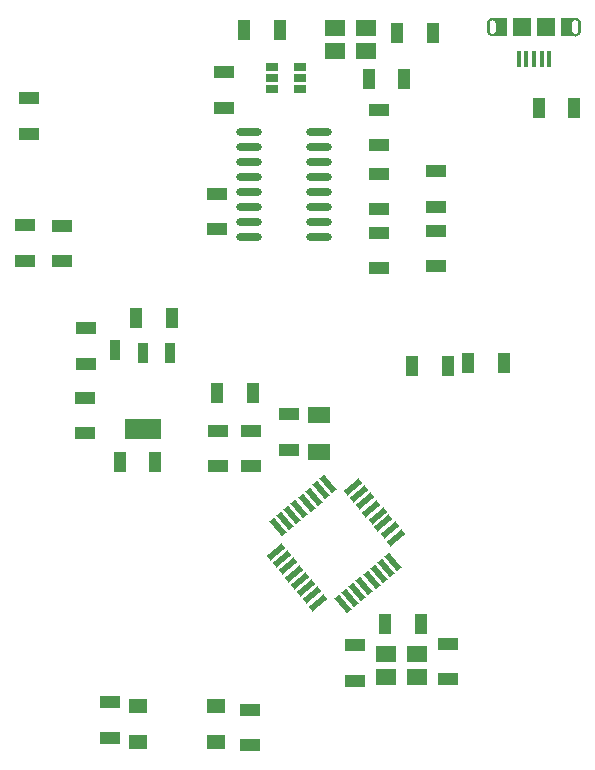
<source format=gtp>
G04*
G04 #@! TF.GenerationSoftware,Altium Limited,Altium Designer,24.2.2 (26)*
G04*
G04 Layer_Color=8421504*
%FSLAX44Y44*%
%MOMM*%
G71*
G04*
G04 #@! TF.SameCoordinates,124A1895-3AD2-4E28-9B74-7A6451F43074*
G04*
G04*
G04 #@! TF.FilePolarity,Positive*
G04*
G01*
G75*
%ADD22C,0.0001*%
%ADD23R,1.8034X1.1176*%
%ADD24R,1.5000X1.2000*%
%ADD25R,1.8542X1.3716*%
%ADD26R,3.0988X1.7000*%
%ADD27R,0.8382X1.7000*%
%ADD28R,1.1176X1.8034*%
%ADD29R,1.8000X1.4000*%
G04:AMPARAMS|DCode=30|XSize=0.508mm|YSize=1.65mm|CornerRadius=0mm|HoleSize=0mm|Usage=FLASHONLY|Rotation=40.000|XOffset=0mm|YOffset=0mm|HoleType=Round|Shape=Rectangle|*
%AMROTATEDRECTD30*
4,1,4,0.3357,-0.7953,-0.7249,0.4687,-0.3357,0.7953,0.7249,-0.4687,0.3357,-0.7953,0.0*
%
%ADD30ROTATEDRECTD30*%

G04:AMPARAMS|DCode=31|XSize=0.508mm|YSize=1.65mm|CornerRadius=0mm|HoleSize=0mm|Usage=FLASHONLY|Rotation=310.000|XOffset=0mm|YOffset=0mm|HoleType=Round|Shape=Rectangle|*
%AMROTATEDRECTD31*
4,1,4,-0.7953,-0.3357,0.4687,0.7249,0.7953,0.3357,-0.4687,-0.7249,-0.7953,-0.3357,0.0*
%
%ADD31ROTATEDRECTD31*%

%ADD32O,2.2000X0.6096*%
%ADD33R,1.5000X1.5500*%
%ADD34R,0.4000X1.3500*%
%ADD35R,1.0000X0.7000*%
G36*
X423324Y653742D02*
X411324D01*
X411064Y653752D01*
X410804Y653772D01*
X410544Y653802D01*
X410284Y653852D01*
X410034Y653912D01*
X409774Y653982D01*
X409534Y654072D01*
X409294Y654172D01*
X409054Y654282D01*
X408824Y654412D01*
X408604Y654552D01*
X408384Y654692D01*
X408174Y654852D01*
X407974Y655022D01*
X407784Y655202D01*
X407604Y655392D01*
X407434Y655592D01*
X407274Y655802D01*
X407134Y656022D01*
X406994Y656242D01*
X406864Y656472D01*
X406754Y656712D01*
X406654Y656952D01*
X406564Y657192D01*
X406494Y657452D01*
X406434Y657702D01*
X406384Y657962D01*
X406354Y658222D01*
X406334Y658482D01*
X406324Y658742D01*
Y664242D01*
X406334Y664502D01*
X406354Y664762D01*
X406384Y665022D01*
X406434Y665282D01*
X406494Y665532D01*
X406564Y665792D01*
X406654Y666032D01*
X406754Y666272D01*
X406864Y666512D01*
X406994Y666742D01*
X407134Y666962D01*
X407274Y667182D01*
X407434Y667392D01*
X407604Y667592D01*
X407784Y667782D01*
X407974Y667962D01*
X408174Y668132D01*
X408384Y668292D01*
X408604Y668432D01*
X408824Y668572D01*
X409054Y668702D01*
X409294Y668812D01*
X409534Y668912D01*
X409774Y669002D01*
X410034Y669072D01*
X410284Y669132D01*
X410544Y669182D01*
X410804Y669212D01*
X411064Y669232D01*
X411324Y669242D01*
X423324D01*
Y653742D01*
D02*
G37*
G36*
X481584Y669232D02*
X481844Y669212D01*
X482104Y669182D01*
X482364Y669132D01*
X482614Y669072D01*
X482874Y669002D01*
X483114Y668912D01*
X483354Y668812D01*
X483594Y668702D01*
X483824Y668572D01*
X484044Y668432D01*
X484264Y668292D01*
X484474Y668132D01*
X484674Y667962D01*
X484864Y667782D01*
X485044Y667592D01*
X485214Y667392D01*
X485374Y667182D01*
X485514Y666962D01*
X485654Y666742D01*
X485784Y666512D01*
X485894Y666272D01*
X485994Y666032D01*
X486084Y665792D01*
X486154Y665532D01*
X486214Y665282D01*
X486264Y665022D01*
X486294Y664762D01*
X486314Y664502D01*
X486324Y664242D01*
Y658742D01*
X486314Y658482D01*
X486294Y658222D01*
X486264Y657962D01*
X486214Y657702D01*
X486154Y657452D01*
X486084Y657192D01*
X485994Y656952D01*
X485894Y656712D01*
X485784Y656472D01*
X485654Y656242D01*
X485514Y656022D01*
X485374Y655802D01*
X485214Y655592D01*
X485044Y655392D01*
X484864Y655202D01*
X484674Y655022D01*
X484474Y654852D01*
X484264Y654692D01*
X484044Y654552D01*
X483824Y654412D01*
X483594Y654282D01*
X483354Y654172D01*
X483114Y654072D01*
X482874Y653982D01*
X482614Y653912D01*
X482364Y653852D01*
X482104Y653802D01*
X481844Y653772D01*
X481584Y653752D01*
X481324Y653742D01*
X469324D01*
Y669242D01*
X481324D01*
X481584Y669232D01*
D02*
G37*
%LPC*%
G36*
X411454Y667242D02*
X411194D01*
X411064Y667232D01*
X410934Y667212D01*
X410804Y667192D01*
X410674Y667152D01*
X410554Y667122D01*
X410424Y667072D01*
X410304Y667022D01*
X410194Y666972D01*
X410074Y666912D01*
X409964Y666842D01*
X409854Y666762D01*
X409754Y666682D01*
X409654Y666602D01*
X409554Y666512D01*
X409464Y666412D01*
X409384Y666312D01*
X409304Y666212D01*
X409224Y666102D01*
X409154Y665992D01*
X409094Y665872D01*
X409044Y665762D01*
X408994Y665642D01*
X408944Y665512D01*
X408914Y665392D01*
X408874Y665262D01*
X408854Y665132D01*
X408834Y665002D01*
X408824Y664872D01*
Y664742D01*
Y658242D01*
Y658112D01*
X408834Y657982D01*
X408854Y657852D01*
X408874Y657722D01*
X408914Y657592D01*
X408944Y657472D01*
X408994Y657342D01*
X409044Y657222D01*
X409094Y657112D01*
X409154Y656992D01*
X409224Y656882D01*
X409304Y656772D01*
X409384Y656672D01*
X409464Y656572D01*
X409554Y656472D01*
X409654Y656382D01*
X409754Y656302D01*
X409854Y656222D01*
X409964Y656142D01*
X410074Y656072D01*
X410194Y656012D01*
X410304Y655962D01*
X410424Y655912D01*
X410554Y655862D01*
X410674Y655832D01*
X410804Y655792D01*
X410934Y655772D01*
X411064Y655752D01*
X411194Y655742D01*
X411454D01*
X411584Y655752D01*
X411714Y655772D01*
X411844Y655792D01*
X411974Y655832D01*
X412094Y655862D01*
X412224Y655912D01*
X412344Y655962D01*
X412454Y656012D01*
X412574Y656072D01*
X412684Y656142D01*
X412794Y656222D01*
X412894Y656302D01*
X412994Y656382D01*
X413094Y656472D01*
X413184Y656572D01*
X413264Y656672D01*
X413344Y656772D01*
X413424Y656882D01*
X413494Y656992D01*
X413554Y657112D01*
X413604Y657222D01*
X413654Y657342D01*
X413704Y657472D01*
X413734Y657592D01*
X413774Y657722D01*
X413794Y657852D01*
X413814Y657982D01*
X413824Y658112D01*
Y658242D01*
Y664742D01*
Y664872D01*
X413814Y665002D01*
X413794Y665132D01*
X413774Y665262D01*
X413734Y665392D01*
X413704Y665512D01*
X413654Y665642D01*
X413604Y665762D01*
X413554Y665872D01*
X413494Y665992D01*
X413424Y666102D01*
X413344Y666212D01*
X413264Y666312D01*
X413184Y666412D01*
X413094Y666512D01*
X412994Y666602D01*
X412894Y666682D01*
X412794Y666762D01*
X412684Y666842D01*
X412574Y666912D01*
X412454Y666972D01*
X412344Y667022D01*
X412224Y667072D01*
X412094Y667122D01*
X411974Y667152D01*
X411844Y667192D01*
X411714Y667212D01*
X411584Y667232D01*
X411454Y667242D01*
D02*
G37*
G36*
X481454D02*
X481194D01*
X481064Y667232D01*
X480934Y667212D01*
X480804Y667192D01*
X480674Y667152D01*
X480554Y667122D01*
X480424Y667072D01*
X480304Y667022D01*
X480194Y666972D01*
X480074Y666912D01*
X479964Y666842D01*
X479854Y666762D01*
X479754Y666682D01*
X479654Y666602D01*
X479554Y666512D01*
X479464Y666412D01*
X479384Y666312D01*
X479304Y666212D01*
X479224Y666102D01*
X479154Y665992D01*
X479094Y665872D01*
X479044Y665762D01*
X478994Y665642D01*
X478944Y665512D01*
X478914Y665392D01*
X478874Y665262D01*
X478854Y665132D01*
X478834Y665002D01*
X478824Y664872D01*
Y664742D01*
Y658242D01*
Y658112D01*
X478834Y657982D01*
X478854Y657852D01*
X478874Y657722D01*
X478914Y657592D01*
X478944Y657472D01*
X478994Y657342D01*
X479044Y657222D01*
X479094Y657112D01*
X479154Y656992D01*
X479224Y656882D01*
X479304Y656772D01*
X479384Y656672D01*
X479464Y656572D01*
X479554Y656472D01*
X479654Y656382D01*
X479754Y656302D01*
X479854Y656222D01*
X479964Y656142D01*
X480074Y656072D01*
X480194Y656012D01*
X480304Y655962D01*
X480424Y655912D01*
X480554Y655862D01*
X480674Y655832D01*
X480804Y655792D01*
X480934Y655772D01*
X481064Y655752D01*
X481194Y655742D01*
X481454D01*
X481584Y655752D01*
X481714Y655772D01*
X481844Y655792D01*
X481974Y655832D01*
X482094Y655862D01*
X482224Y655912D01*
X482344Y655962D01*
X482454Y656012D01*
X482574Y656072D01*
X482684Y656142D01*
X482794Y656222D01*
X482894Y656302D01*
X482994Y656382D01*
X483094Y656472D01*
X483184Y656572D01*
X483264Y656672D01*
X483344Y656772D01*
X483424Y656882D01*
X483494Y656992D01*
X483554Y657112D01*
X483604Y657222D01*
X483654Y657342D01*
X483704Y657472D01*
X483734Y657592D01*
X483774Y657722D01*
X483794Y657852D01*
X483814Y657982D01*
X483824Y658112D01*
Y658242D01*
Y664742D01*
Y664872D01*
X483814Y665002D01*
X483794Y665132D01*
X483774Y665262D01*
X483734Y665392D01*
X483704Y665512D01*
X483654Y665642D01*
X483604Y665762D01*
X483554Y665872D01*
X483494Y665992D01*
X483424Y666102D01*
X483344Y666212D01*
X483264Y666312D01*
X483184Y666412D01*
X483094Y666512D01*
X482994Y666602D01*
X482894Y666682D01*
X482794Y666762D01*
X482684Y666842D01*
X482574Y666912D01*
X482454Y666972D01*
X482344Y667022D01*
X482224Y667072D01*
X482094Y667122D01*
X481974Y667152D01*
X481844Y667192D01*
X481714Y667212D01*
X481584Y667232D01*
X481454Y667242D01*
D02*
G37*
%LPD*%
D22*
X411324Y667492D02*
Y669192D01*
X481324Y653792D02*
Y655492D01*
D23*
X205740Y53594D02*
D03*
Y83566D02*
D03*
X373380Y109474D02*
D03*
Y139446D02*
D03*
X238760Y303784D02*
D03*
Y333756D02*
D03*
X66040Y347726D02*
D03*
Y317754D02*
D03*
X15240Y493776D02*
D03*
Y463804D02*
D03*
X87630Y89662D02*
D03*
Y59690D02*
D03*
X294640Y138176D02*
D03*
Y108204D02*
D03*
X179070Y319786D02*
D03*
Y289814D02*
D03*
X207010D02*
D03*
Y319786D02*
D03*
X314706Y487426D02*
D03*
Y457454D02*
D03*
X363220Y488950D02*
D03*
Y458978D02*
D03*
X314706Y537210D02*
D03*
Y507238D02*
D03*
X363474Y539242D02*
D03*
Y509270D02*
D03*
X67056Y376428D02*
D03*
Y406400D02*
D03*
X177800Y520192D02*
D03*
Y490220D02*
D03*
X314960Y591566D02*
D03*
Y561594D02*
D03*
X184150Y623316D02*
D03*
Y593344D02*
D03*
X46482Y463296D02*
D03*
Y493268D02*
D03*
X19050Y601218D02*
D03*
Y571246D02*
D03*
D24*
X177392Y56278D02*
D03*
X111392Y86278D02*
D03*
Y56278D02*
D03*
X177392Y86278D02*
D03*
D25*
X264160Y301879D02*
D03*
Y333121D02*
D03*
D26*
X115062Y320814D02*
D03*
D27*
X138176Y385814D02*
D03*
X115062D02*
D03*
X91948Y388314D02*
D03*
D28*
X208026Y351790D02*
D03*
X178054D02*
D03*
X420624Y377190D02*
D03*
X390652D02*
D03*
X373126Y374650D02*
D03*
X343154D02*
D03*
X480568Y593344D02*
D03*
X450596D02*
D03*
X95758Y292862D02*
D03*
X125730D02*
D03*
X320294Y156210D02*
D03*
X350266D02*
D03*
X336296Y617220D02*
D03*
X306324D02*
D03*
X360426Y656590D02*
D03*
X330454D02*
D03*
X230886Y659130D02*
D03*
X200914D02*
D03*
X139463Y414787D02*
D03*
X109491D02*
D03*
D29*
X320810Y130850D02*
D03*
X347210Y111450D02*
D03*
X320810D02*
D03*
X347210Y130850D02*
D03*
X304030Y641310D02*
D03*
X277630Y660710D02*
D03*
X304030D02*
D03*
X277630Y641310D02*
D03*
D30*
X229215Y238347D02*
D03*
X235247Y243409D02*
D03*
X241474Y248633D02*
D03*
X247506Y253694D02*
D03*
X253732Y258919D02*
D03*
X259764Y263980D02*
D03*
X265990Y269205D02*
D03*
X272022Y274266D02*
D03*
X327045Y208693D02*
D03*
X321013Y203631D02*
D03*
X314786Y198407D02*
D03*
X308754Y193346D02*
D03*
X302528Y188121D02*
D03*
X296496Y183060D02*
D03*
X290270Y177835D02*
D03*
X284238Y172774D02*
D03*
D31*
X263618Y174230D02*
D03*
X258557Y180262D02*
D03*
X253332Y186488D02*
D03*
X248271Y192520D02*
D03*
X243046Y198746D02*
D03*
X237985Y204778D02*
D03*
X232760Y211005D02*
D03*
X227699Y217036D02*
D03*
X293272Y272059D02*
D03*
X298334Y266027D02*
D03*
X303558Y259801D02*
D03*
X308619Y253769D02*
D03*
X313844Y247543D02*
D03*
X318905Y241511D02*
D03*
X324130Y235284D02*
D03*
X329191Y229253D02*
D03*
D32*
X264668Y483870D02*
D03*
Y496570D02*
D03*
Y509270D02*
D03*
Y521970D02*
D03*
Y534670D02*
D03*
Y547370D02*
D03*
Y560070D02*
D03*
Y572770D02*
D03*
X205232D02*
D03*
Y560070D02*
D03*
Y547370D02*
D03*
Y534670D02*
D03*
Y521970D02*
D03*
Y509270D02*
D03*
Y496570D02*
D03*
Y483870D02*
D03*
D33*
X436324Y661492D02*
D03*
X456324D02*
D03*
D34*
X433324Y634492D02*
D03*
X439824D02*
D03*
X446324D02*
D03*
X452824D02*
D03*
X459324D02*
D03*
D35*
X224595Y627990D02*
D03*
Y618490D02*
D03*
Y608990D02*
D03*
X248220D02*
D03*
Y618490D02*
D03*
Y627990D02*
D03*
M02*

</source>
